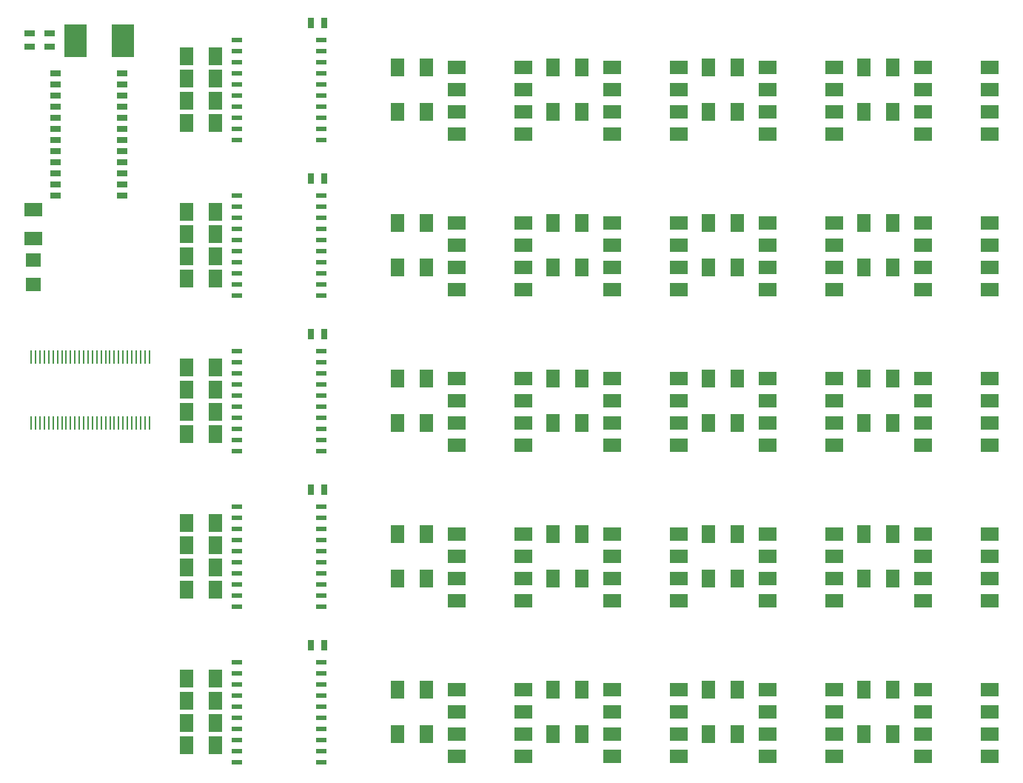
<source format=gtp>
G04 (created by PCBNEW (2013-07-07 BZR 4022)-stable) date 11/09/2013 12:50:03 PM*
%MOIN*%
G04 Gerber Fmt 3.4, Leading zero omitted, Abs format*
%FSLAX34Y34*%
G01*
G70*
G90*
G04 APERTURE LIST*
%ADD10C,0.00590551*%
%ADD11R,0.06X0.08*%
%ADD12R,0.08X0.06*%
%ADD13R,0.025X0.045*%
%ADD14R,0.045X0.025*%
%ADD15R,0.0709X0.0629*%
%ADD16R,0.1004X0.1476*%
%ADD17R,0.05X0.02*%
%ADD18R,0.0098X0.0591*%
%ADD19R,0.05X0.03*%
G04 APERTURE END LIST*
G54D10*
G54D11*
X20550Y-39850D03*
X21850Y-39850D03*
X38350Y-38350D03*
X37050Y-38350D03*
X20550Y-38850D03*
X21850Y-38850D03*
X20550Y-40850D03*
X21850Y-40850D03*
X52350Y-40350D03*
X51050Y-40350D03*
X38350Y-31350D03*
X37050Y-31350D03*
X45350Y-31350D03*
X44050Y-31350D03*
X52350Y-33350D03*
X51050Y-33350D03*
X38350Y-40350D03*
X37050Y-40350D03*
X52350Y-38350D03*
X51050Y-38350D03*
X45350Y-38350D03*
X44050Y-38350D03*
X31350Y-40350D03*
X30050Y-40350D03*
X45350Y-40350D03*
X44050Y-40350D03*
X20550Y-24850D03*
X21850Y-24850D03*
X20550Y-25850D03*
X21850Y-25850D03*
X52350Y-26350D03*
X51050Y-26350D03*
X20550Y-23850D03*
X21850Y-23850D03*
X45350Y-17350D03*
X44050Y-17350D03*
X38350Y-17350D03*
X37050Y-17350D03*
X20550Y-16850D03*
X21850Y-16850D03*
X31350Y-17350D03*
X30050Y-17350D03*
X31350Y-12350D03*
X30050Y-12350D03*
X52350Y-10350D03*
X51050Y-10350D03*
X38350Y-12350D03*
X37050Y-12350D03*
X20550Y-12850D03*
X21850Y-12850D03*
X38350Y-19350D03*
X37050Y-19350D03*
X45350Y-19350D03*
X44050Y-19350D03*
X31350Y-24350D03*
X30050Y-24350D03*
X45350Y-24350D03*
X44050Y-24350D03*
X20550Y-19850D03*
X21850Y-19850D03*
X52350Y-19350D03*
X51050Y-19350D03*
X38350Y-24350D03*
X37050Y-24350D03*
X31350Y-19350D03*
X30050Y-19350D03*
X20550Y-17850D03*
X21850Y-17850D03*
X52350Y-17350D03*
X51050Y-17350D03*
X20550Y-18850D03*
X21850Y-18850D03*
X45350Y-12350D03*
X44050Y-12350D03*
X20550Y-10850D03*
X21850Y-10850D03*
X20550Y-11850D03*
X21850Y-11850D03*
X52350Y-12350D03*
X51050Y-12350D03*
X45350Y-10350D03*
X44050Y-10350D03*
X20550Y-9850D03*
X21850Y-9850D03*
X31350Y-10350D03*
X30050Y-10350D03*
X38350Y-10350D03*
X37050Y-10350D03*
X20550Y-33850D03*
X21850Y-33850D03*
X31350Y-33350D03*
X30050Y-33350D03*
X31350Y-38350D03*
X30050Y-38350D03*
G54D12*
X13650Y-16750D03*
X13650Y-18050D03*
G54D11*
X20550Y-26850D03*
X21850Y-26850D03*
X38350Y-26350D03*
X37050Y-26350D03*
X45350Y-33350D03*
X44050Y-33350D03*
X38350Y-33350D03*
X37050Y-33350D03*
X20550Y-37850D03*
X21850Y-37850D03*
X20550Y-32850D03*
X21850Y-32850D03*
X52350Y-24350D03*
X51050Y-24350D03*
X45350Y-26350D03*
X44050Y-26350D03*
X31350Y-26350D03*
X30050Y-26350D03*
X20550Y-31850D03*
X21850Y-31850D03*
X20550Y-30850D03*
X21850Y-30850D03*
X31350Y-31350D03*
X30050Y-31350D03*
X52350Y-31350D03*
X51050Y-31350D03*
G54D13*
X26150Y-22350D03*
X26750Y-22350D03*
X26150Y-36350D03*
X26750Y-36350D03*
G54D14*
X13457Y-8790D03*
X13457Y-9390D03*
G54D13*
X26150Y-29350D03*
X26750Y-29350D03*
X26150Y-15350D03*
X26750Y-15350D03*
G54D14*
X14357Y-8790D03*
X14357Y-9390D03*
G54D15*
X13650Y-18991D03*
X13650Y-20109D03*
G54D12*
X32700Y-31350D03*
X32700Y-32350D03*
X32700Y-33350D03*
X32700Y-34350D03*
X35700Y-34350D03*
X35700Y-33350D03*
X35700Y-32350D03*
X35700Y-31350D03*
X46700Y-38350D03*
X46700Y-39350D03*
X46700Y-40350D03*
X46700Y-41350D03*
X49700Y-41350D03*
X49700Y-40350D03*
X49700Y-39350D03*
X49700Y-38350D03*
X53700Y-24350D03*
X53700Y-25350D03*
X53700Y-26350D03*
X53700Y-27350D03*
X56700Y-27350D03*
X56700Y-26350D03*
X56700Y-25350D03*
X56700Y-24350D03*
X32700Y-17350D03*
X32700Y-18350D03*
X32700Y-19350D03*
X32700Y-20350D03*
X35700Y-20350D03*
X35700Y-19350D03*
X35700Y-18350D03*
X35700Y-17350D03*
X32700Y-24350D03*
X32700Y-25350D03*
X32700Y-26350D03*
X32700Y-27350D03*
X35700Y-27350D03*
X35700Y-26350D03*
X35700Y-25350D03*
X35700Y-24350D03*
X39700Y-38350D03*
X39700Y-39350D03*
X39700Y-40350D03*
X39700Y-41350D03*
X42700Y-41350D03*
X42700Y-40350D03*
X42700Y-39350D03*
X42700Y-38350D03*
X46700Y-24350D03*
X46700Y-25350D03*
X46700Y-26350D03*
X46700Y-27350D03*
X49700Y-27350D03*
X49700Y-26350D03*
X49700Y-25350D03*
X49700Y-24350D03*
X32700Y-38350D03*
X32700Y-39350D03*
X32700Y-40350D03*
X32700Y-41350D03*
X35700Y-41350D03*
X35700Y-40350D03*
X35700Y-39350D03*
X35700Y-38350D03*
X46700Y-17350D03*
X46700Y-18350D03*
X46700Y-19350D03*
X46700Y-20350D03*
X49700Y-20350D03*
X49700Y-19350D03*
X49700Y-18350D03*
X49700Y-17350D03*
X53700Y-17350D03*
X53700Y-18350D03*
X53700Y-19350D03*
X53700Y-20350D03*
X56700Y-20350D03*
X56700Y-19350D03*
X56700Y-18350D03*
X56700Y-17350D03*
X53700Y-10350D03*
X53700Y-11350D03*
X53700Y-12350D03*
X53700Y-13350D03*
X56700Y-13350D03*
X56700Y-12350D03*
X56700Y-11350D03*
X56700Y-10350D03*
X39700Y-17350D03*
X39700Y-18350D03*
X39700Y-19350D03*
X39700Y-20350D03*
X42700Y-20350D03*
X42700Y-19350D03*
X42700Y-18350D03*
X42700Y-17350D03*
X46700Y-31350D03*
X46700Y-32350D03*
X46700Y-33350D03*
X46700Y-34350D03*
X49700Y-34350D03*
X49700Y-33350D03*
X49700Y-32350D03*
X49700Y-31350D03*
X32700Y-10350D03*
X32700Y-11350D03*
X32700Y-12350D03*
X32700Y-13350D03*
X35700Y-13350D03*
X35700Y-12350D03*
X35700Y-11350D03*
X35700Y-10350D03*
X39700Y-31350D03*
X39700Y-32350D03*
X39700Y-33350D03*
X39700Y-34350D03*
X42700Y-34350D03*
X42700Y-33350D03*
X42700Y-32350D03*
X42700Y-31350D03*
X39700Y-10350D03*
X39700Y-11350D03*
X39700Y-12350D03*
X39700Y-13350D03*
X42700Y-13350D03*
X42700Y-12350D03*
X42700Y-11350D03*
X42700Y-10350D03*
X53700Y-31350D03*
X53700Y-32350D03*
X53700Y-33350D03*
X53700Y-34350D03*
X56700Y-34350D03*
X56700Y-33350D03*
X56700Y-32350D03*
X56700Y-31350D03*
G54D16*
X15537Y-9150D03*
X17663Y-9150D03*
G54D17*
X26600Y-13600D03*
X26600Y-13100D03*
X26600Y-12600D03*
X26600Y-12100D03*
X26600Y-11600D03*
X26600Y-11100D03*
X26600Y-10600D03*
X26600Y-10100D03*
X26600Y-9600D03*
X26600Y-9100D03*
X22800Y-9100D03*
X22800Y-9600D03*
X22800Y-10100D03*
X22800Y-10600D03*
X22800Y-11100D03*
X22800Y-11600D03*
X22800Y-12100D03*
X22800Y-12600D03*
X22800Y-13100D03*
X22800Y-13600D03*
G54D12*
X46700Y-10350D03*
X46700Y-11350D03*
X46700Y-12350D03*
X46700Y-13350D03*
X49700Y-13350D03*
X49700Y-12350D03*
X49700Y-11350D03*
X49700Y-10350D03*
G54D17*
X26600Y-20600D03*
X26600Y-20100D03*
X26600Y-19600D03*
X26600Y-19100D03*
X26600Y-18600D03*
X26600Y-18100D03*
X26600Y-17600D03*
X26600Y-17100D03*
X26600Y-16600D03*
X26600Y-16100D03*
X22800Y-16100D03*
X22800Y-16600D03*
X22800Y-17100D03*
X22800Y-17600D03*
X22800Y-18100D03*
X22800Y-18600D03*
X22800Y-19100D03*
X22800Y-19600D03*
X22800Y-20100D03*
X22800Y-20600D03*
X26600Y-27600D03*
X26600Y-27100D03*
X26600Y-26600D03*
X26600Y-26100D03*
X26600Y-25600D03*
X26600Y-25100D03*
X26600Y-24600D03*
X26600Y-24100D03*
X26600Y-23600D03*
X26600Y-23100D03*
X22800Y-23100D03*
X22800Y-23600D03*
X22800Y-24100D03*
X22800Y-24600D03*
X22800Y-25100D03*
X22800Y-25600D03*
X22800Y-26100D03*
X22800Y-26600D03*
X22800Y-27100D03*
X22800Y-27600D03*
G54D12*
X39700Y-24350D03*
X39700Y-25350D03*
X39700Y-26350D03*
X39700Y-27350D03*
X42700Y-27350D03*
X42700Y-26350D03*
X42700Y-25350D03*
X42700Y-24350D03*
G54D18*
X18857Y-23374D03*
X18660Y-23374D03*
X18463Y-23374D03*
X18267Y-23374D03*
X18070Y-23374D03*
X17873Y-23374D03*
X17676Y-23374D03*
X17479Y-23374D03*
X17282Y-23374D03*
X17085Y-23374D03*
X16889Y-23374D03*
X16692Y-23374D03*
X16495Y-23374D03*
X16298Y-23374D03*
X16101Y-23374D03*
X15904Y-23374D03*
X15707Y-23374D03*
X15511Y-23374D03*
X15314Y-23374D03*
X15117Y-23374D03*
X14920Y-23374D03*
X14723Y-23374D03*
X14526Y-23374D03*
X14329Y-23374D03*
X14133Y-23374D03*
X13936Y-23374D03*
X13739Y-23374D03*
X13542Y-23374D03*
X13543Y-26326D03*
X13739Y-26326D03*
X13936Y-26326D03*
X14133Y-26326D03*
X14330Y-26326D03*
X14527Y-26326D03*
X14724Y-26326D03*
X14920Y-26326D03*
X15117Y-26326D03*
X15314Y-26326D03*
X15511Y-26326D03*
X15708Y-26326D03*
X15905Y-26326D03*
X16102Y-26326D03*
X16298Y-26326D03*
X16495Y-26326D03*
X16692Y-26326D03*
X16889Y-26326D03*
X17086Y-26326D03*
X17283Y-26326D03*
X17480Y-26326D03*
X17676Y-26326D03*
X17873Y-26326D03*
X18070Y-26326D03*
X18267Y-26326D03*
X18464Y-26326D03*
X18661Y-26326D03*
X18857Y-26326D03*
G54D17*
X26600Y-34600D03*
X26600Y-34100D03*
X26600Y-33600D03*
X26600Y-33100D03*
X26600Y-32600D03*
X26600Y-32100D03*
X26600Y-31600D03*
X26600Y-31100D03*
X26600Y-30600D03*
X26600Y-30100D03*
X22800Y-30100D03*
X22800Y-30600D03*
X22800Y-31100D03*
X22800Y-31600D03*
X22800Y-32100D03*
X22800Y-32600D03*
X22800Y-33100D03*
X22800Y-33600D03*
X22800Y-34100D03*
X22800Y-34600D03*
G54D12*
X53700Y-38350D03*
X53700Y-39350D03*
X53700Y-40350D03*
X53700Y-41350D03*
X56700Y-41350D03*
X56700Y-40350D03*
X56700Y-39350D03*
X56700Y-38350D03*
G54D17*
X26600Y-41600D03*
X26600Y-41100D03*
X26600Y-40600D03*
X26600Y-40100D03*
X26600Y-39600D03*
X26600Y-39100D03*
X26600Y-38600D03*
X26600Y-38100D03*
X26600Y-37600D03*
X26600Y-37100D03*
X22800Y-37100D03*
X22800Y-37600D03*
X22800Y-38100D03*
X22800Y-38600D03*
X22800Y-39100D03*
X22800Y-39600D03*
X22800Y-40100D03*
X22800Y-40600D03*
X22800Y-41100D03*
X22800Y-41600D03*
G54D13*
X26150Y-8350D03*
X26750Y-8350D03*
G54D19*
X14650Y-10600D03*
X14650Y-11100D03*
X17650Y-11100D03*
X17650Y-10600D03*
X14650Y-12100D03*
X14650Y-11600D03*
X14650Y-14100D03*
X14650Y-13600D03*
X14650Y-13100D03*
X14650Y-12600D03*
X17650Y-11600D03*
X17650Y-12100D03*
X17650Y-14100D03*
X17650Y-13600D03*
X17650Y-13100D03*
X17650Y-12600D03*
X14650Y-16100D03*
X14650Y-15600D03*
X14650Y-15100D03*
X14650Y-14600D03*
X17650Y-14600D03*
X17650Y-15100D03*
X17650Y-15600D03*
X17650Y-16100D03*
M02*

</source>
